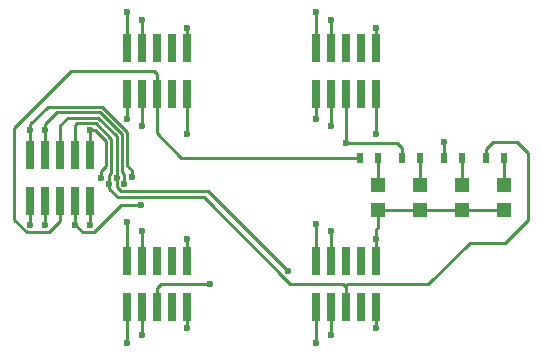
<source format=gtl>
G04 #@! TF.FileFunction,Copper,L1,Top,Signal*
%FSLAX46Y46*%
G04 Gerber Fmt 4.6, Leading zero omitted, Abs format (unit mm)*
G04 Created by KiCad (PCBNEW 4.0.2-stable) date 10/06/2016 14:43:14*
%MOMM*%
G01*
G04 APERTURE LIST*
%ADD10C,0.100000*%
%ADD11R,0.760000X2.400000*%
%ADD12R,1.198880X1.198880*%
%ADD13R,0.500000X0.900000*%
%ADD14C,0.600000*%
%ADD15C,0.250000*%
G04 APERTURE END LIST*
D10*
D11*
X-610000Y16948180D03*
X-610000Y13048180D03*
X-1880000Y16948180D03*
X-1880000Y13048180D03*
X-3150000Y16948180D03*
X-3150000Y13048180D03*
X-4420000Y16948180D03*
X-4420000Y13048180D03*
X-5690000Y16948180D03*
X-5690000Y13048180D03*
D12*
X23750000Y12250980D03*
X23750000Y14349020D03*
X27300000Y12250980D03*
X27300000Y14349020D03*
X30850000Y12250980D03*
X30850000Y14349020D03*
X34400000Y12250980D03*
X34400000Y14349020D03*
D13*
X23750000Y16700000D03*
X22250000Y16700000D03*
X27300000Y16700000D03*
X25800000Y16700000D03*
X30850000Y16700000D03*
X29350000Y16700000D03*
X34400000Y16700000D03*
X32900000Y16700000D03*
D11*
X23538880Y7948180D03*
X23538880Y4048180D03*
X22268880Y7948180D03*
X22268880Y4048180D03*
X20998880Y7948180D03*
X20998880Y4048180D03*
X19728880Y7948180D03*
X19728880Y4048180D03*
X18458880Y7948180D03*
X18458880Y4048180D03*
X7538880Y7948180D03*
X7538880Y4048180D03*
X6268880Y7948180D03*
X6268880Y4048180D03*
X4998880Y7948180D03*
X4998880Y4048180D03*
X3728880Y7948180D03*
X3728880Y4048180D03*
X2458880Y7948180D03*
X2458880Y4048180D03*
X23538880Y25948180D03*
X23538880Y22048180D03*
X22268880Y25948180D03*
X22268880Y22048180D03*
X20998880Y25948180D03*
X20998880Y22048180D03*
X19728880Y25948180D03*
X19728880Y22048180D03*
X18458880Y25948180D03*
X18458880Y22048180D03*
X7538880Y25948180D03*
X7538880Y22048180D03*
X6268880Y25948180D03*
X6268880Y22048180D03*
X4998880Y25948180D03*
X4998880Y22048180D03*
X3728880Y25948180D03*
X3728880Y22048180D03*
X2458880Y25948180D03*
X2458880Y22048180D03*
D14*
X-610000Y19000000D03*
X7538880Y9800000D03*
X23538880Y27700000D03*
X7538880Y27700000D03*
X23538880Y9800000D03*
X300000Y15000000D03*
X23538880Y18700000D03*
X7538880Y18700000D03*
X23538880Y2300000D03*
X7538880Y2300000D03*
X-610000Y11000000D03*
X-1880000Y11000000D03*
X20998880Y17950000D03*
X3700000Y12700003D03*
X19728880Y10450000D03*
X3728880Y10450000D03*
X2250000Y14500000D03*
X19728880Y28350000D03*
X3728880Y28350000D03*
X-4420000Y19000000D03*
X19728880Y19350000D03*
X3728880Y19350000D03*
X19728880Y1650000D03*
X3728880Y1650000D03*
X-4420000Y11000000D03*
X18458880Y11100000D03*
X2458880Y11250000D03*
X2875010Y15038139D03*
X18450000Y29000000D03*
X2458880Y29000000D03*
X-5690000Y19000000D03*
X18458880Y20000000D03*
X2458880Y20000000D03*
X18458880Y1000000D03*
X2458880Y1000000D03*
X-5690000Y11000000D03*
X29350000Y18000000D03*
X16091949Y7091949D03*
X1610173Y14990650D03*
X9500000Y6000000D03*
X950000Y14500000D03*
D15*
X23538880Y9800000D02*
X23538880Y10588880D01*
X23538880Y10588880D02*
X23750000Y10800000D01*
X23750000Y10800000D02*
X23750000Y12250980D01*
X27300000Y12250980D02*
X26450560Y12250980D01*
X26450560Y12250980D02*
X23750000Y12250980D01*
X30850000Y12250980D02*
X27300000Y12250980D01*
X34400000Y12250980D02*
X33550560Y12250980D01*
X33550560Y12250980D02*
X30850000Y12250980D01*
X23538880Y9800000D02*
X23538880Y7948180D01*
X7538880Y9800000D02*
X7538880Y7948180D01*
X-610000Y19000000D02*
X-185736Y19000000D01*
X23538880Y27700000D02*
X23538880Y25948180D01*
X7538880Y27700000D02*
X7538880Y25948180D01*
X-610000Y16948180D02*
X-610000Y19000000D01*
X700000Y16000000D02*
X300000Y15600000D01*
X300000Y15600000D02*
X300000Y15000000D01*
X700000Y18114264D02*
X700000Y16000000D01*
X-185736Y19000000D02*
X700000Y18114264D01*
X23538880Y18700000D02*
X23538880Y22048180D01*
X7538880Y18700000D02*
X7538880Y22048180D01*
X23538880Y4048180D02*
X23538880Y2300000D01*
X7538880Y2300000D02*
X7538880Y4048180D01*
X7550000Y4037060D02*
X7538880Y4048180D01*
X23550000Y4037060D02*
X23538880Y4048180D01*
X-610000Y13048180D02*
X-610000Y11000000D01*
X25350000Y17950000D02*
X25800000Y17500000D01*
X25800000Y17500000D02*
X25800000Y16700000D01*
X20998880Y17950000D02*
X25350000Y17950000D01*
X20998880Y17950000D02*
X20998880Y22048180D01*
X950000Y11634998D02*
X2015005Y12700003D01*
X-1880000Y11000000D02*
X-1254999Y10374999D01*
X-1254999Y10374999D02*
X-309999Y10374999D01*
X-309999Y10374999D02*
X950000Y11634998D01*
X-1880000Y13048180D02*
X-1880000Y11000000D01*
X2015005Y12700003D02*
X3700000Y12700003D01*
X4998880Y18751120D02*
X7050000Y16700000D01*
X4998880Y22048180D02*
X4998880Y18751120D01*
X4750000Y24000000D02*
X4998880Y23751120D01*
X4998880Y23751120D02*
X4998880Y22048180D01*
X-2250000Y24000000D02*
X4750000Y24000000D01*
X-7050000Y19200000D02*
X-2250000Y24000000D01*
X-7050000Y11434998D02*
X-7050000Y19200000D01*
X-3150000Y13048180D02*
X-3150000Y11344998D01*
X-3150000Y11344998D02*
X-4119999Y10374999D01*
X-4119999Y10374999D02*
X-5990001Y10374999D01*
X-5990001Y10374999D02*
X-7050000Y11434998D01*
X7050000Y16700000D02*
X22250000Y16700000D01*
X19728880Y10450000D02*
X19728880Y7948180D01*
X3728880Y10450000D02*
X3728880Y7948180D01*
X2250000Y15275825D02*
X2250000Y14500000D01*
X2050030Y16100000D02*
X2050030Y15475795D01*
X2050030Y15475795D02*
X2250000Y15275825D01*
X2050030Y18673464D02*
X2050030Y16100000D01*
X-4420000Y19530000D02*
X-3424981Y20525019D01*
X-3424981Y20525019D02*
X198475Y20525019D01*
X198475Y20525019D02*
X2050030Y18673464D01*
X-4420000Y19000000D02*
X-4420000Y19530000D01*
X19728880Y28350000D02*
X19728880Y25948180D01*
X3728880Y25948180D02*
X3728880Y28350000D01*
X-4420000Y16948180D02*
X-4420000Y19000000D01*
X19728880Y19350000D02*
X19728880Y22048180D01*
X3728880Y19350000D02*
X3728880Y22048180D01*
X19728880Y4048180D02*
X19728880Y1650000D01*
X3728880Y1650000D02*
X3728880Y4048180D01*
X-4420000Y13048180D02*
X-4420000Y11000000D01*
X-4420000Y11020000D02*
X-4400000Y11000000D01*
X18458880Y11100000D02*
X18458880Y7948180D01*
X2458880Y11250000D02*
X2458880Y7948180D01*
X2500040Y16000000D02*
X2875010Y15625030D01*
X2875010Y15625030D02*
X2875010Y15038139D01*
X-5690000Y19510000D02*
X-4224971Y20975029D01*
X-4224971Y20975029D02*
X384876Y20975028D01*
X384876Y20975028D02*
X2500040Y18859864D01*
X2500040Y18859864D02*
X2500040Y16000000D01*
X-5690000Y19000000D02*
X-5690000Y19510000D01*
X18458880Y25948180D02*
X18458880Y28991120D01*
X18458880Y28991120D02*
X18450000Y29000000D01*
X2458880Y29000000D02*
X2458880Y25948180D01*
X-5690000Y19000000D02*
X-5690000Y16948180D01*
X18458880Y20000000D02*
X18458880Y22048180D01*
X2458880Y22048180D02*
X2458880Y20000000D01*
X18458880Y1000000D02*
X18458880Y1424264D01*
X18458880Y1424264D02*
X18458880Y4048180D01*
X2458880Y4048180D02*
X2458880Y2598180D01*
X2458880Y2598180D02*
X2458880Y1000000D01*
X-5690000Y13048180D02*
X-5690000Y11010000D01*
X29350000Y18000000D02*
X29350000Y16700000D01*
X1610173Y14990650D02*
X1610173Y14214825D01*
X1610173Y14214825D02*
X1949999Y13874999D01*
X1949999Y13874999D02*
X9308899Y13874999D01*
X9308899Y13874999D02*
X16091949Y7091949D01*
X1600020Y15863600D02*
X1600020Y15000803D01*
X1600020Y15000803D02*
X1610173Y14990650D01*
X1600020Y15863600D02*
X1600020Y18487064D01*
X1600020Y18487064D02*
X12074Y20075010D01*
X5350000Y6000000D02*
X4998880Y5648880D01*
X9500000Y6000000D02*
X5350000Y6000000D01*
X4998880Y5648880D02*
X4998880Y4048180D01*
X12074Y20075010D02*
X-2524989Y20075011D01*
X-2524989Y20075011D02*
X-3150000Y19450000D01*
X-3150000Y19450000D02*
X-3150000Y16948180D01*
X1150010Y16050000D02*
X1150010Y18300664D01*
X1150010Y18300664D02*
X-174327Y19625001D01*
X-174327Y19625001D02*
X-1724999Y19625001D01*
X-1880000Y19470000D02*
X-1880000Y16948180D01*
X-1724999Y19625001D02*
X-1880000Y19470000D01*
X1150010Y16050000D02*
X1150009Y15413599D01*
X950000Y15213590D02*
X950000Y14500000D01*
X1150009Y15413599D02*
X950000Y15213590D01*
X33450000Y18000000D02*
X32900000Y17450000D01*
X32900000Y17450000D02*
X32900000Y16700000D01*
X35500000Y18000000D02*
X33450000Y18000000D01*
X36400000Y17100000D02*
X35500000Y18000000D01*
X36400000Y11400000D02*
X36400000Y17100000D01*
X34500000Y9500000D02*
X36400000Y11400000D01*
X31500000Y9500000D02*
X34500000Y9500000D01*
X28000000Y6000000D02*
X31500000Y9500000D01*
X21150000Y6000000D02*
X28000000Y6000000D01*
X20998880Y5848880D02*
X21150000Y6000000D01*
X20998880Y5751120D02*
X20998880Y5848880D01*
X950000Y14500000D02*
X950000Y14075736D01*
X16300000Y6000000D02*
X20750000Y6000000D01*
X950000Y14075736D02*
X1700732Y13325004D01*
X1700732Y13325004D02*
X8974996Y13325004D01*
X8974996Y13325004D02*
X16300000Y6000000D01*
X20750000Y6000000D02*
X20998880Y5751120D01*
X20998880Y5751120D02*
X20998880Y4048180D01*
X23750000Y14349020D02*
X23750000Y16700000D01*
X27300000Y14349020D02*
X27300000Y16700000D01*
X30850000Y14349020D02*
X30850000Y16700000D01*
X34400000Y14349020D02*
X34400000Y16700000D01*
M02*

</source>
